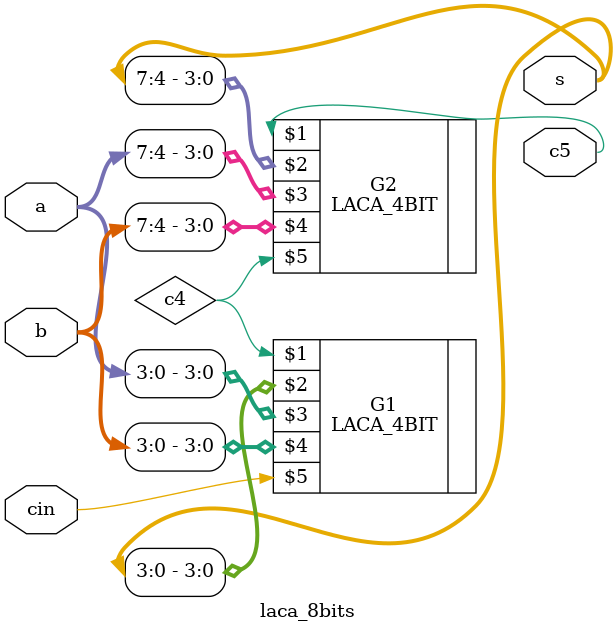
<source format=v>
`timescale 1ns / 1ps

module laca_8bits(c5,s, a, b, cin);
output [7:0]s;
output c5;
input cin;
input [7:0]a,b;
wire c4;
LACA_4BIT G1(c4,s[3:0], a[3:0], b[3:0], cin);
LACA_4BIT G2(c5,s[7:4], a[7:4], b[7:4], c4); 
endmodule

</source>
